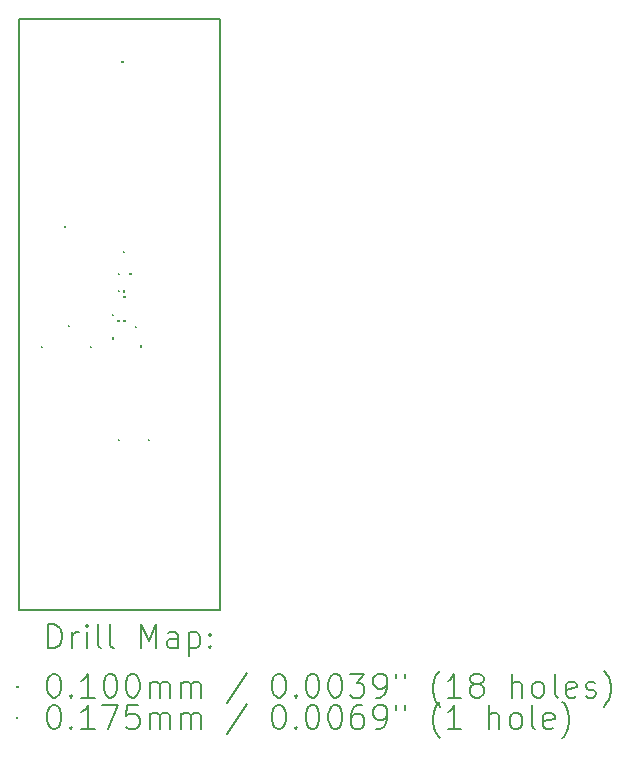
<source format=gbr>
%TF.GenerationSoftware,KiCad,Pcbnew,8.0.1*%
%TF.CreationDate,2024-10-17T14:11:02-05:00*%
%TF.ProjectId,sip-board,7369702d-626f-4617-9264-2e6b69636164,rev?*%
%TF.SameCoordinates,Original*%
%TF.FileFunction,Drillmap*%
%TF.FilePolarity,Positive*%
%FSLAX45Y45*%
G04 Gerber Fmt 4.5, Leading zero omitted, Abs format (unit mm)*
G04 Created by KiCad (PCBNEW 8.0.1) date 2024-10-17 14:11:02*
%MOMM*%
%LPD*%
G01*
G04 APERTURE LIST*
%ADD10C,0.200000*%
%ADD11C,0.100000*%
G04 APERTURE END LIST*
D10*
X13700000Y-7862000D02*
X15400000Y-7862000D01*
X15400000Y-12862000D01*
X13700000Y-12862000D01*
X13700000Y-7862000D01*
D11*
X13890000Y-10625000D02*
X13900000Y-10635000D01*
X13900000Y-10625000D02*
X13890000Y-10635000D01*
X14113000Y-10448000D02*
X14123000Y-10458000D01*
X14123000Y-10448000D02*
X14113000Y-10458000D01*
X14300000Y-10624000D02*
X14310000Y-10634000D01*
X14310000Y-10624000D02*
X14300000Y-10634000D01*
X14487000Y-10354000D02*
X14497000Y-10364000D01*
X14497000Y-10354000D02*
X14487000Y-10364000D01*
X14488000Y-10554000D02*
X14498000Y-10564000D01*
X14498000Y-10554000D02*
X14488000Y-10564000D01*
X14535000Y-10406000D02*
X14545000Y-10416000D01*
X14545000Y-10406000D02*
X14535000Y-10416000D01*
X14536000Y-10005000D02*
X14546000Y-10015000D01*
X14546000Y-10005000D02*
X14536000Y-10015000D01*
X14536000Y-10155000D02*
X14546000Y-10165000D01*
X14546000Y-10155000D02*
X14536000Y-10165000D01*
X14536000Y-11415000D02*
X14546000Y-11425000D01*
X14546000Y-11415000D02*
X14536000Y-11425000D01*
X14569000Y-8216000D02*
X14579000Y-8226000D01*
X14579000Y-8216000D02*
X14569000Y-8226000D01*
X14582000Y-9818000D02*
X14592000Y-9828000D01*
X14592000Y-9818000D02*
X14582000Y-9828000D01*
X14585000Y-10156000D02*
X14595000Y-10166000D01*
X14595000Y-10156000D02*
X14585000Y-10166000D01*
X14586000Y-10205000D02*
X14596000Y-10215000D01*
X14596000Y-10205000D02*
X14586000Y-10215000D01*
X14586000Y-10405000D02*
X14596000Y-10415000D01*
X14596000Y-10405000D02*
X14586000Y-10415000D01*
X14636000Y-10005000D02*
X14646000Y-10015000D01*
X14646000Y-10005000D02*
X14636000Y-10015000D01*
X14686000Y-10455000D02*
X14696000Y-10465000D01*
X14696000Y-10455000D02*
X14686000Y-10465000D01*
X14725000Y-10622000D02*
X14735000Y-10632000D01*
X14735000Y-10622000D02*
X14725000Y-10632000D01*
X14790000Y-11414000D02*
X14800000Y-11424000D01*
X14800000Y-11414000D02*
X14790000Y-11424000D01*
X14101750Y-9619000D02*
G75*
G02*
X14084250Y-9619000I-8750J0D01*
G01*
X14084250Y-9619000D02*
G75*
G02*
X14101750Y-9619000I8750J0D01*
G01*
D10*
X13950777Y-13183484D02*
X13950777Y-12983484D01*
X13950777Y-12983484D02*
X13998396Y-12983484D01*
X13998396Y-12983484D02*
X14026967Y-12993008D01*
X14026967Y-12993008D02*
X14046015Y-13012055D01*
X14046015Y-13012055D02*
X14055539Y-13031103D01*
X14055539Y-13031103D02*
X14065062Y-13069198D01*
X14065062Y-13069198D02*
X14065062Y-13097769D01*
X14065062Y-13097769D02*
X14055539Y-13135865D01*
X14055539Y-13135865D02*
X14046015Y-13154912D01*
X14046015Y-13154912D02*
X14026967Y-13173960D01*
X14026967Y-13173960D02*
X13998396Y-13183484D01*
X13998396Y-13183484D02*
X13950777Y-13183484D01*
X14150777Y-13183484D02*
X14150777Y-13050150D01*
X14150777Y-13088246D02*
X14160301Y-13069198D01*
X14160301Y-13069198D02*
X14169824Y-13059674D01*
X14169824Y-13059674D02*
X14188872Y-13050150D01*
X14188872Y-13050150D02*
X14207920Y-13050150D01*
X14274586Y-13183484D02*
X14274586Y-13050150D01*
X14274586Y-12983484D02*
X14265062Y-12993008D01*
X14265062Y-12993008D02*
X14274586Y-13002531D01*
X14274586Y-13002531D02*
X14284110Y-12993008D01*
X14284110Y-12993008D02*
X14274586Y-12983484D01*
X14274586Y-12983484D02*
X14274586Y-13002531D01*
X14398396Y-13183484D02*
X14379348Y-13173960D01*
X14379348Y-13173960D02*
X14369824Y-13154912D01*
X14369824Y-13154912D02*
X14369824Y-12983484D01*
X14503158Y-13183484D02*
X14484110Y-13173960D01*
X14484110Y-13173960D02*
X14474586Y-13154912D01*
X14474586Y-13154912D02*
X14474586Y-12983484D01*
X14731729Y-13183484D02*
X14731729Y-12983484D01*
X14731729Y-12983484D02*
X14798396Y-13126341D01*
X14798396Y-13126341D02*
X14865062Y-12983484D01*
X14865062Y-12983484D02*
X14865062Y-13183484D01*
X15046015Y-13183484D02*
X15046015Y-13078722D01*
X15046015Y-13078722D02*
X15036491Y-13059674D01*
X15036491Y-13059674D02*
X15017443Y-13050150D01*
X15017443Y-13050150D02*
X14979348Y-13050150D01*
X14979348Y-13050150D02*
X14960301Y-13059674D01*
X15046015Y-13173960D02*
X15026967Y-13183484D01*
X15026967Y-13183484D02*
X14979348Y-13183484D01*
X14979348Y-13183484D02*
X14960301Y-13173960D01*
X14960301Y-13173960D02*
X14950777Y-13154912D01*
X14950777Y-13154912D02*
X14950777Y-13135865D01*
X14950777Y-13135865D02*
X14960301Y-13116817D01*
X14960301Y-13116817D02*
X14979348Y-13107293D01*
X14979348Y-13107293D02*
X15026967Y-13107293D01*
X15026967Y-13107293D02*
X15046015Y-13097769D01*
X15141253Y-13050150D02*
X15141253Y-13250150D01*
X15141253Y-13059674D02*
X15160301Y-13050150D01*
X15160301Y-13050150D02*
X15198396Y-13050150D01*
X15198396Y-13050150D02*
X15217443Y-13059674D01*
X15217443Y-13059674D02*
X15226967Y-13069198D01*
X15226967Y-13069198D02*
X15236491Y-13088246D01*
X15236491Y-13088246D02*
X15236491Y-13145388D01*
X15236491Y-13145388D02*
X15226967Y-13164436D01*
X15226967Y-13164436D02*
X15217443Y-13173960D01*
X15217443Y-13173960D02*
X15198396Y-13183484D01*
X15198396Y-13183484D02*
X15160301Y-13183484D01*
X15160301Y-13183484D02*
X15141253Y-13173960D01*
X15322205Y-13164436D02*
X15331729Y-13173960D01*
X15331729Y-13173960D02*
X15322205Y-13183484D01*
X15322205Y-13183484D02*
X15312682Y-13173960D01*
X15312682Y-13173960D02*
X15322205Y-13164436D01*
X15322205Y-13164436D02*
X15322205Y-13183484D01*
X15322205Y-13059674D02*
X15331729Y-13069198D01*
X15331729Y-13069198D02*
X15322205Y-13078722D01*
X15322205Y-13078722D02*
X15312682Y-13069198D01*
X15312682Y-13069198D02*
X15322205Y-13059674D01*
X15322205Y-13059674D02*
X15322205Y-13078722D01*
D11*
X13680000Y-13507000D02*
X13690000Y-13517000D01*
X13690000Y-13507000D02*
X13680000Y-13517000D01*
D10*
X13988872Y-13403484D02*
X14007920Y-13403484D01*
X14007920Y-13403484D02*
X14026967Y-13413008D01*
X14026967Y-13413008D02*
X14036491Y-13422531D01*
X14036491Y-13422531D02*
X14046015Y-13441579D01*
X14046015Y-13441579D02*
X14055539Y-13479674D01*
X14055539Y-13479674D02*
X14055539Y-13527293D01*
X14055539Y-13527293D02*
X14046015Y-13565388D01*
X14046015Y-13565388D02*
X14036491Y-13584436D01*
X14036491Y-13584436D02*
X14026967Y-13593960D01*
X14026967Y-13593960D02*
X14007920Y-13603484D01*
X14007920Y-13603484D02*
X13988872Y-13603484D01*
X13988872Y-13603484D02*
X13969824Y-13593960D01*
X13969824Y-13593960D02*
X13960301Y-13584436D01*
X13960301Y-13584436D02*
X13950777Y-13565388D01*
X13950777Y-13565388D02*
X13941253Y-13527293D01*
X13941253Y-13527293D02*
X13941253Y-13479674D01*
X13941253Y-13479674D02*
X13950777Y-13441579D01*
X13950777Y-13441579D02*
X13960301Y-13422531D01*
X13960301Y-13422531D02*
X13969824Y-13413008D01*
X13969824Y-13413008D02*
X13988872Y-13403484D01*
X14141253Y-13584436D02*
X14150777Y-13593960D01*
X14150777Y-13593960D02*
X14141253Y-13603484D01*
X14141253Y-13603484D02*
X14131729Y-13593960D01*
X14131729Y-13593960D02*
X14141253Y-13584436D01*
X14141253Y-13584436D02*
X14141253Y-13603484D01*
X14341253Y-13603484D02*
X14226967Y-13603484D01*
X14284110Y-13603484D02*
X14284110Y-13403484D01*
X14284110Y-13403484D02*
X14265062Y-13432055D01*
X14265062Y-13432055D02*
X14246015Y-13451103D01*
X14246015Y-13451103D02*
X14226967Y-13460627D01*
X14465062Y-13403484D02*
X14484110Y-13403484D01*
X14484110Y-13403484D02*
X14503158Y-13413008D01*
X14503158Y-13413008D02*
X14512682Y-13422531D01*
X14512682Y-13422531D02*
X14522205Y-13441579D01*
X14522205Y-13441579D02*
X14531729Y-13479674D01*
X14531729Y-13479674D02*
X14531729Y-13527293D01*
X14531729Y-13527293D02*
X14522205Y-13565388D01*
X14522205Y-13565388D02*
X14512682Y-13584436D01*
X14512682Y-13584436D02*
X14503158Y-13593960D01*
X14503158Y-13593960D02*
X14484110Y-13603484D01*
X14484110Y-13603484D02*
X14465062Y-13603484D01*
X14465062Y-13603484D02*
X14446015Y-13593960D01*
X14446015Y-13593960D02*
X14436491Y-13584436D01*
X14436491Y-13584436D02*
X14426967Y-13565388D01*
X14426967Y-13565388D02*
X14417443Y-13527293D01*
X14417443Y-13527293D02*
X14417443Y-13479674D01*
X14417443Y-13479674D02*
X14426967Y-13441579D01*
X14426967Y-13441579D02*
X14436491Y-13422531D01*
X14436491Y-13422531D02*
X14446015Y-13413008D01*
X14446015Y-13413008D02*
X14465062Y-13403484D01*
X14655539Y-13403484D02*
X14674586Y-13403484D01*
X14674586Y-13403484D02*
X14693634Y-13413008D01*
X14693634Y-13413008D02*
X14703158Y-13422531D01*
X14703158Y-13422531D02*
X14712682Y-13441579D01*
X14712682Y-13441579D02*
X14722205Y-13479674D01*
X14722205Y-13479674D02*
X14722205Y-13527293D01*
X14722205Y-13527293D02*
X14712682Y-13565388D01*
X14712682Y-13565388D02*
X14703158Y-13584436D01*
X14703158Y-13584436D02*
X14693634Y-13593960D01*
X14693634Y-13593960D02*
X14674586Y-13603484D01*
X14674586Y-13603484D02*
X14655539Y-13603484D01*
X14655539Y-13603484D02*
X14636491Y-13593960D01*
X14636491Y-13593960D02*
X14626967Y-13584436D01*
X14626967Y-13584436D02*
X14617443Y-13565388D01*
X14617443Y-13565388D02*
X14607920Y-13527293D01*
X14607920Y-13527293D02*
X14607920Y-13479674D01*
X14607920Y-13479674D02*
X14617443Y-13441579D01*
X14617443Y-13441579D02*
X14626967Y-13422531D01*
X14626967Y-13422531D02*
X14636491Y-13413008D01*
X14636491Y-13413008D02*
X14655539Y-13403484D01*
X14807920Y-13603484D02*
X14807920Y-13470150D01*
X14807920Y-13489198D02*
X14817443Y-13479674D01*
X14817443Y-13479674D02*
X14836491Y-13470150D01*
X14836491Y-13470150D02*
X14865063Y-13470150D01*
X14865063Y-13470150D02*
X14884110Y-13479674D01*
X14884110Y-13479674D02*
X14893634Y-13498722D01*
X14893634Y-13498722D02*
X14893634Y-13603484D01*
X14893634Y-13498722D02*
X14903158Y-13479674D01*
X14903158Y-13479674D02*
X14922205Y-13470150D01*
X14922205Y-13470150D02*
X14950777Y-13470150D01*
X14950777Y-13470150D02*
X14969824Y-13479674D01*
X14969824Y-13479674D02*
X14979348Y-13498722D01*
X14979348Y-13498722D02*
X14979348Y-13603484D01*
X15074586Y-13603484D02*
X15074586Y-13470150D01*
X15074586Y-13489198D02*
X15084110Y-13479674D01*
X15084110Y-13479674D02*
X15103158Y-13470150D01*
X15103158Y-13470150D02*
X15131729Y-13470150D01*
X15131729Y-13470150D02*
X15150777Y-13479674D01*
X15150777Y-13479674D02*
X15160301Y-13498722D01*
X15160301Y-13498722D02*
X15160301Y-13603484D01*
X15160301Y-13498722D02*
X15169824Y-13479674D01*
X15169824Y-13479674D02*
X15188872Y-13470150D01*
X15188872Y-13470150D02*
X15217443Y-13470150D01*
X15217443Y-13470150D02*
X15236491Y-13479674D01*
X15236491Y-13479674D02*
X15246015Y-13498722D01*
X15246015Y-13498722D02*
X15246015Y-13603484D01*
X15636491Y-13393960D02*
X15465063Y-13651103D01*
X15893634Y-13403484D02*
X15912682Y-13403484D01*
X15912682Y-13403484D02*
X15931729Y-13413008D01*
X15931729Y-13413008D02*
X15941253Y-13422531D01*
X15941253Y-13422531D02*
X15950777Y-13441579D01*
X15950777Y-13441579D02*
X15960301Y-13479674D01*
X15960301Y-13479674D02*
X15960301Y-13527293D01*
X15960301Y-13527293D02*
X15950777Y-13565388D01*
X15950777Y-13565388D02*
X15941253Y-13584436D01*
X15941253Y-13584436D02*
X15931729Y-13593960D01*
X15931729Y-13593960D02*
X15912682Y-13603484D01*
X15912682Y-13603484D02*
X15893634Y-13603484D01*
X15893634Y-13603484D02*
X15874586Y-13593960D01*
X15874586Y-13593960D02*
X15865063Y-13584436D01*
X15865063Y-13584436D02*
X15855539Y-13565388D01*
X15855539Y-13565388D02*
X15846015Y-13527293D01*
X15846015Y-13527293D02*
X15846015Y-13479674D01*
X15846015Y-13479674D02*
X15855539Y-13441579D01*
X15855539Y-13441579D02*
X15865063Y-13422531D01*
X15865063Y-13422531D02*
X15874586Y-13413008D01*
X15874586Y-13413008D02*
X15893634Y-13403484D01*
X16046015Y-13584436D02*
X16055539Y-13593960D01*
X16055539Y-13593960D02*
X16046015Y-13603484D01*
X16046015Y-13603484D02*
X16036491Y-13593960D01*
X16036491Y-13593960D02*
X16046015Y-13584436D01*
X16046015Y-13584436D02*
X16046015Y-13603484D01*
X16179348Y-13403484D02*
X16198396Y-13403484D01*
X16198396Y-13403484D02*
X16217444Y-13413008D01*
X16217444Y-13413008D02*
X16226967Y-13422531D01*
X16226967Y-13422531D02*
X16236491Y-13441579D01*
X16236491Y-13441579D02*
X16246015Y-13479674D01*
X16246015Y-13479674D02*
X16246015Y-13527293D01*
X16246015Y-13527293D02*
X16236491Y-13565388D01*
X16236491Y-13565388D02*
X16226967Y-13584436D01*
X16226967Y-13584436D02*
X16217444Y-13593960D01*
X16217444Y-13593960D02*
X16198396Y-13603484D01*
X16198396Y-13603484D02*
X16179348Y-13603484D01*
X16179348Y-13603484D02*
X16160301Y-13593960D01*
X16160301Y-13593960D02*
X16150777Y-13584436D01*
X16150777Y-13584436D02*
X16141253Y-13565388D01*
X16141253Y-13565388D02*
X16131729Y-13527293D01*
X16131729Y-13527293D02*
X16131729Y-13479674D01*
X16131729Y-13479674D02*
X16141253Y-13441579D01*
X16141253Y-13441579D02*
X16150777Y-13422531D01*
X16150777Y-13422531D02*
X16160301Y-13413008D01*
X16160301Y-13413008D02*
X16179348Y-13403484D01*
X16369825Y-13403484D02*
X16388872Y-13403484D01*
X16388872Y-13403484D02*
X16407920Y-13413008D01*
X16407920Y-13413008D02*
X16417444Y-13422531D01*
X16417444Y-13422531D02*
X16426967Y-13441579D01*
X16426967Y-13441579D02*
X16436491Y-13479674D01*
X16436491Y-13479674D02*
X16436491Y-13527293D01*
X16436491Y-13527293D02*
X16426967Y-13565388D01*
X16426967Y-13565388D02*
X16417444Y-13584436D01*
X16417444Y-13584436D02*
X16407920Y-13593960D01*
X16407920Y-13593960D02*
X16388872Y-13603484D01*
X16388872Y-13603484D02*
X16369825Y-13603484D01*
X16369825Y-13603484D02*
X16350777Y-13593960D01*
X16350777Y-13593960D02*
X16341253Y-13584436D01*
X16341253Y-13584436D02*
X16331729Y-13565388D01*
X16331729Y-13565388D02*
X16322206Y-13527293D01*
X16322206Y-13527293D02*
X16322206Y-13479674D01*
X16322206Y-13479674D02*
X16331729Y-13441579D01*
X16331729Y-13441579D02*
X16341253Y-13422531D01*
X16341253Y-13422531D02*
X16350777Y-13413008D01*
X16350777Y-13413008D02*
X16369825Y-13403484D01*
X16503158Y-13403484D02*
X16626967Y-13403484D01*
X16626967Y-13403484D02*
X16560301Y-13479674D01*
X16560301Y-13479674D02*
X16588872Y-13479674D01*
X16588872Y-13479674D02*
X16607920Y-13489198D01*
X16607920Y-13489198D02*
X16617444Y-13498722D01*
X16617444Y-13498722D02*
X16626967Y-13517769D01*
X16626967Y-13517769D02*
X16626967Y-13565388D01*
X16626967Y-13565388D02*
X16617444Y-13584436D01*
X16617444Y-13584436D02*
X16607920Y-13593960D01*
X16607920Y-13593960D02*
X16588872Y-13603484D01*
X16588872Y-13603484D02*
X16531729Y-13603484D01*
X16531729Y-13603484D02*
X16512682Y-13593960D01*
X16512682Y-13593960D02*
X16503158Y-13584436D01*
X16722206Y-13603484D02*
X16760301Y-13603484D01*
X16760301Y-13603484D02*
X16779349Y-13593960D01*
X16779349Y-13593960D02*
X16788872Y-13584436D01*
X16788872Y-13584436D02*
X16807920Y-13555865D01*
X16807920Y-13555865D02*
X16817444Y-13517769D01*
X16817444Y-13517769D02*
X16817444Y-13441579D01*
X16817444Y-13441579D02*
X16807920Y-13422531D01*
X16807920Y-13422531D02*
X16798396Y-13413008D01*
X16798396Y-13413008D02*
X16779349Y-13403484D01*
X16779349Y-13403484D02*
X16741253Y-13403484D01*
X16741253Y-13403484D02*
X16722206Y-13413008D01*
X16722206Y-13413008D02*
X16712682Y-13422531D01*
X16712682Y-13422531D02*
X16703158Y-13441579D01*
X16703158Y-13441579D02*
X16703158Y-13489198D01*
X16703158Y-13489198D02*
X16712682Y-13508246D01*
X16712682Y-13508246D02*
X16722206Y-13517769D01*
X16722206Y-13517769D02*
X16741253Y-13527293D01*
X16741253Y-13527293D02*
X16779349Y-13527293D01*
X16779349Y-13527293D02*
X16798396Y-13517769D01*
X16798396Y-13517769D02*
X16807920Y-13508246D01*
X16807920Y-13508246D02*
X16817444Y-13489198D01*
X16893634Y-13403484D02*
X16893634Y-13441579D01*
X16969825Y-13403484D02*
X16969825Y-13441579D01*
X17265063Y-13679674D02*
X17255539Y-13670150D01*
X17255539Y-13670150D02*
X17236491Y-13641579D01*
X17236491Y-13641579D02*
X17226968Y-13622531D01*
X17226968Y-13622531D02*
X17217444Y-13593960D01*
X17217444Y-13593960D02*
X17207920Y-13546341D01*
X17207920Y-13546341D02*
X17207920Y-13508246D01*
X17207920Y-13508246D02*
X17217444Y-13460627D01*
X17217444Y-13460627D02*
X17226968Y-13432055D01*
X17226968Y-13432055D02*
X17236491Y-13413008D01*
X17236491Y-13413008D02*
X17255539Y-13384436D01*
X17255539Y-13384436D02*
X17265063Y-13374912D01*
X17446015Y-13603484D02*
X17331730Y-13603484D01*
X17388872Y-13603484D02*
X17388872Y-13403484D01*
X17388872Y-13403484D02*
X17369825Y-13432055D01*
X17369825Y-13432055D02*
X17350777Y-13451103D01*
X17350777Y-13451103D02*
X17331730Y-13460627D01*
X17560301Y-13489198D02*
X17541253Y-13479674D01*
X17541253Y-13479674D02*
X17531730Y-13470150D01*
X17531730Y-13470150D02*
X17522206Y-13451103D01*
X17522206Y-13451103D02*
X17522206Y-13441579D01*
X17522206Y-13441579D02*
X17531730Y-13422531D01*
X17531730Y-13422531D02*
X17541253Y-13413008D01*
X17541253Y-13413008D02*
X17560301Y-13403484D01*
X17560301Y-13403484D02*
X17598396Y-13403484D01*
X17598396Y-13403484D02*
X17617444Y-13413008D01*
X17617444Y-13413008D02*
X17626968Y-13422531D01*
X17626968Y-13422531D02*
X17636491Y-13441579D01*
X17636491Y-13441579D02*
X17636491Y-13451103D01*
X17636491Y-13451103D02*
X17626968Y-13470150D01*
X17626968Y-13470150D02*
X17617444Y-13479674D01*
X17617444Y-13479674D02*
X17598396Y-13489198D01*
X17598396Y-13489198D02*
X17560301Y-13489198D01*
X17560301Y-13489198D02*
X17541253Y-13498722D01*
X17541253Y-13498722D02*
X17531730Y-13508246D01*
X17531730Y-13508246D02*
X17522206Y-13527293D01*
X17522206Y-13527293D02*
X17522206Y-13565388D01*
X17522206Y-13565388D02*
X17531730Y-13584436D01*
X17531730Y-13584436D02*
X17541253Y-13593960D01*
X17541253Y-13593960D02*
X17560301Y-13603484D01*
X17560301Y-13603484D02*
X17598396Y-13603484D01*
X17598396Y-13603484D02*
X17617444Y-13593960D01*
X17617444Y-13593960D02*
X17626968Y-13584436D01*
X17626968Y-13584436D02*
X17636491Y-13565388D01*
X17636491Y-13565388D02*
X17636491Y-13527293D01*
X17636491Y-13527293D02*
X17626968Y-13508246D01*
X17626968Y-13508246D02*
X17617444Y-13498722D01*
X17617444Y-13498722D02*
X17598396Y-13489198D01*
X17874587Y-13603484D02*
X17874587Y-13403484D01*
X17960301Y-13603484D02*
X17960301Y-13498722D01*
X17960301Y-13498722D02*
X17950777Y-13479674D01*
X17950777Y-13479674D02*
X17931730Y-13470150D01*
X17931730Y-13470150D02*
X17903158Y-13470150D01*
X17903158Y-13470150D02*
X17884111Y-13479674D01*
X17884111Y-13479674D02*
X17874587Y-13489198D01*
X18084111Y-13603484D02*
X18065063Y-13593960D01*
X18065063Y-13593960D02*
X18055539Y-13584436D01*
X18055539Y-13584436D02*
X18046015Y-13565388D01*
X18046015Y-13565388D02*
X18046015Y-13508246D01*
X18046015Y-13508246D02*
X18055539Y-13489198D01*
X18055539Y-13489198D02*
X18065063Y-13479674D01*
X18065063Y-13479674D02*
X18084111Y-13470150D01*
X18084111Y-13470150D02*
X18112682Y-13470150D01*
X18112682Y-13470150D02*
X18131730Y-13479674D01*
X18131730Y-13479674D02*
X18141253Y-13489198D01*
X18141253Y-13489198D02*
X18150777Y-13508246D01*
X18150777Y-13508246D02*
X18150777Y-13565388D01*
X18150777Y-13565388D02*
X18141253Y-13584436D01*
X18141253Y-13584436D02*
X18131730Y-13593960D01*
X18131730Y-13593960D02*
X18112682Y-13603484D01*
X18112682Y-13603484D02*
X18084111Y-13603484D01*
X18265063Y-13603484D02*
X18246015Y-13593960D01*
X18246015Y-13593960D02*
X18236492Y-13574912D01*
X18236492Y-13574912D02*
X18236492Y-13403484D01*
X18417444Y-13593960D02*
X18398396Y-13603484D01*
X18398396Y-13603484D02*
X18360301Y-13603484D01*
X18360301Y-13603484D02*
X18341253Y-13593960D01*
X18341253Y-13593960D02*
X18331730Y-13574912D01*
X18331730Y-13574912D02*
X18331730Y-13498722D01*
X18331730Y-13498722D02*
X18341253Y-13479674D01*
X18341253Y-13479674D02*
X18360301Y-13470150D01*
X18360301Y-13470150D02*
X18398396Y-13470150D01*
X18398396Y-13470150D02*
X18417444Y-13479674D01*
X18417444Y-13479674D02*
X18426968Y-13498722D01*
X18426968Y-13498722D02*
X18426968Y-13517769D01*
X18426968Y-13517769D02*
X18331730Y-13536817D01*
X18503158Y-13593960D02*
X18522206Y-13603484D01*
X18522206Y-13603484D02*
X18560301Y-13603484D01*
X18560301Y-13603484D02*
X18579349Y-13593960D01*
X18579349Y-13593960D02*
X18588873Y-13574912D01*
X18588873Y-13574912D02*
X18588873Y-13565388D01*
X18588873Y-13565388D02*
X18579349Y-13546341D01*
X18579349Y-13546341D02*
X18560301Y-13536817D01*
X18560301Y-13536817D02*
X18531730Y-13536817D01*
X18531730Y-13536817D02*
X18512682Y-13527293D01*
X18512682Y-13527293D02*
X18503158Y-13508246D01*
X18503158Y-13508246D02*
X18503158Y-13498722D01*
X18503158Y-13498722D02*
X18512682Y-13479674D01*
X18512682Y-13479674D02*
X18531730Y-13470150D01*
X18531730Y-13470150D02*
X18560301Y-13470150D01*
X18560301Y-13470150D02*
X18579349Y-13479674D01*
X18655539Y-13679674D02*
X18665063Y-13670150D01*
X18665063Y-13670150D02*
X18684111Y-13641579D01*
X18684111Y-13641579D02*
X18693634Y-13622531D01*
X18693634Y-13622531D02*
X18703158Y-13593960D01*
X18703158Y-13593960D02*
X18712682Y-13546341D01*
X18712682Y-13546341D02*
X18712682Y-13508246D01*
X18712682Y-13508246D02*
X18703158Y-13460627D01*
X18703158Y-13460627D02*
X18693634Y-13432055D01*
X18693634Y-13432055D02*
X18684111Y-13413008D01*
X18684111Y-13413008D02*
X18665063Y-13384436D01*
X18665063Y-13384436D02*
X18655539Y-13374912D01*
D11*
X13690000Y-13776000D02*
G75*
G02*
X13672500Y-13776000I-8750J0D01*
G01*
X13672500Y-13776000D02*
G75*
G02*
X13690000Y-13776000I8750J0D01*
G01*
D10*
X13988872Y-13667484D02*
X14007920Y-13667484D01*
X14007920Y-13667484D02*
X14026967Y-13677008D01*
X14026967Y-13677008D02*
X14036491Y-13686531D01*
X14036491Y-13686531D02*
X14046015Y-13705579D01*
X14046015Y-13705579D02*
X14055539Y-13743674D01*
X14055539Y-13743674D02*
X14055539Y-13791293D01*
X14055539Y-13791293D02*
X14046015Y-13829388D01*
X14046015Y-13829388D02*
X14036491Y-13848436D01*
X14036491Y-13848436D02*
X14026967Y-13857960D01*
X14026967Y-13857960D02*
X14007920Y-13867484D01*
X14007920Y-13867484D02*
X13988872Y-13867484D01*
X13988872Y-13867484D02*
X13969824Y-13857960D01*
X13969824Y-13857960D02*
X13960301Y-13848436D01*
X13960301Y-13848436D02*
X13950777Y-13829388D01*
X13950777Y-13829388D02*
X13941253Y-13791293D01*
X13941253Y-13791293D02*
X13941253Y-13743674D01*
X13941253Y-13743674D02*
X13950777Y-13705579D01*
X13950777Y-13705579D02*
X13960301Y-13686531D01*
X13960301Y-13686531D02*
X13969824Y-13677008D01*
X13969824Y-13677008D02*
X13988872Y-13667484D01*
X14141253Y-13848436D02*
X14150777Y-13857960D01*
X14150777Y-13857960D02*
X14141253Y-13867484D01*
X14141253Y-13867484D02*
X14131729Y-13857960D01*
X14131729Y-13857960D02*
X14141253Y-13848436D01*
X14141253Y-13848436D02*
X14141253Y-13867484D01*
X14341253Y-13867484D02*
X14226967Y-13867484D01*
X14284110Y-13867484D02*
X14284110Y-13667484D01*
X14284110Y-13667484D02*
X14265062Y-13696055D01*
X14265062Y-13696055D02*
X14246015Y-13715103D01*
X14246015Y-13715103D02*
X14226967Y-13724627D01*
X14407920Y-13667484D02*
X14541253Y-13667484D01*
X14541253Y-13667484D02*
X14455539Y-13867484D01*
X14712682Y-13667484D02*
X14617443Y-13667484D01*
X14617443Y-13667484D02*
X14607920Y-13762722D01*
X14607920Y-13762722D02*
X14617443Y-13753198D01*
X14617443Y-13753198D02*
X14636491Y-13743674D01*
X14636491Y-13743674D02*
X14684110Y-13743674D01*
X14684110Y-13743674D02*
X14703158Y-13753198D01*
X14703158Y-13753198D02*
X14712682Y-13762722D01*
X14712682Y-13762722D02*
X14722205Y-13781769D01*
X14722205Y-13781769D02*
X14722205Y-13829388D01*
X14722205Y-13829388D02*
X14712682Y-13848436D01*
X14712682Y-13848436D02*
X14703158Y-13857960D01*
X14703158Y-13857960D02*
X14684110Y-13867484D01*
X14684110Y-13867484D02*
X14636491Y-13867484D01*
X14636491Y-13867484D02*
X14617443Y-13857960D01*
X14617443Y-13857960D02*
X14607920Y-13848436D01*
X14807920Y-13867484D02*
X14807920Y-13734150D01*
X14807920Y-13753198D02*
X14817443Y-13743674D01*
X14817443Y-13743674D02*
X14836491Y-13734150D01*
X14836491Y-13734150D02*
X14865063Y-13734150D01*
X14865063Y-13734150D02*
X14884110Y-13743674D01*
X14884110Y-13743674D02*
X14893634Y-13762722D01*
X14893634Y-13762722D02*
X14893634Y-13867484D01*
X14893634Y-13762722D02*
X14903158Y-13743674D01*
X14903158Y-13743674D02*
X14922205Y-13734150D01*
X14922205Y-13734150D02*
X14950777Y-13734150D01*
X14950777Y-13734150D02*
X14969824Y-13743674D01*
X14969824Y-13743674D02*
X14979348Y-13762722D01*
X14979348Y-13762722D02*
X14979348Y-13867484D01*
X15074586Y-13867484D02*
X15074586Y-13734150D01*
X15074586Y-13753198D02*
X15084110Y-13743674D01*
X15084110Y-13743674D02*
X15103158Y-13734150D01*
X15103158Y-13734150D02*
X15131729Y-13734150D01*
X15131729Y-13734150D02*
X15150777Y-13743674D01*
X15150777Y-13743674D02*
X15160301Y-13762722D01*
X15160301Y-13762722D02*
X15160301Y-13867484D01*
X15160301Y-13762722D02*
X15169824Y-13743674D01*
X15169824Y-13743674D02*
X15188872Y-13734150D01*
X15188872Y-13734150D02*
X15217443Y-13734150D01*
X15217443Y-13734150D02*
X15236491Y-13743674D01*
X15236491Y-13743674D02*
X15246015Y-13762722D01*
X15246015Y-13762722D02*
X15246015Y-13867484D01*
X15636491Y-13657960D02*
X15465063Y-13915103D01*
X15893634Y-13667484D02*
X15912682Y-13667484D01*
X15912682Y-13667484D02*
X15931729Y-13677008D01*
X15931729Y-13677008D02*
X15941253Y-13686531D01*
X15941253Y-13686531D02*
X15950777Y-13705579D01*
X15950777Y-13705579D02*
X15960301Y-13743674D01*
X15960301Y-13743674D02*
X15960301Y-13791293D01*
X15960301Y-13791293D02*
X15950777Y-13829388D01*
X15950777Y-13829388D02*
X15941253Y-13848436D01*
X15941253Y-13848436D02*
X15931729Y-13857960D01*
X15931729Y-13857960D02*
X15912682Y-13867484D01*
X15912682Y-13867484D02*
X15893634Y-13867484D01*
X15893634Y-13867484D02*
X15874586Y-13857960D01*
X15874586Y-13857960D02*
X15865063Y-13848436D01*
X15865063Y-13848436D02*
X15855539Y-13829388D01*
X15855539Y-13829388D02*
X15846015Y-13791293D01*
X15846015Y-13791293D02*
X15846015Y-13743674D01*
X15846015Y-13743674D02*
X15855539Y-13705579D01*
X15855539Y-13705579D02*
X15865063Y-13686531D01*
X15865063Y-13686531D02*
X15874586Y-13677008D01*
X15874586Y-13677008D02*
X15893634Y-13667484D01*
X16046015Y-13848436D02*
X16055539Y-13857960D01*
X16055539Y-13857960D02*
X16046015Y-13867484D01*
X16046015Y-13867484D02*
X16036491Y-13857960D01*
X16036491Y-13857960D02*
X16046015Y-13848436D01*
X16046015Y-13848436D02*
X16046015Y-13867484D01*
X16179348Y-13667484D02*
X16198396Y-13667484D01*
X16198396Y-13667484D02*
X16217444Y-13677008D01*
X16217444Y-13677008D02*
X16226967Y-13686531D01*
X16226967Y-13686531D02*
X16236491Y-13705579D01*
X16236491Y-13705579D02*
X16246015Y-13743674D01*
X16246015Y-13743674D02*
X16246015Y-13791293D01*
X16246015Y-13791293D02*
X16236491Y-13829388D01*
X16236491Y-13829388D02*
X16226967Y-13848436D01*
X16226967Y-13848436D02*
X16217444Y-13857960D01*
X16217444Y-13857960D02*
X16198396Y-13867484D01*
X16198396Y-13867484D02*
X16179348Y-13867484D01*
X16179348Y-13867484D02*
X16160301Y-13857960D01*
X16160301Y-13857960D02*
X16150777Y-13848436D01*
X16150777Y-13848436D02*
X16141253Y-13829388D01*
X16141253Y-13829388D02*
X16131729Y-13791293D01*
X16131729Y-13791293D02*
X16131729Y-13743674D01*
X16131729Y-13743674D02*
X16141253Y-13705579D01*
X16141253Y-13705579D02*
X16150777Y-13686531D01*
X16150777Y-13686531D02*
X16160301Y-13677008D01*
X16160301Y-13677008D02*
X16179348Y-13667484D01*
X16369825Y-13667484D02*
X16388872Y-13667484D01*
X16388872Y-13667484D02*
X16407920Y-13677008D01*
X16407920Y-13677008D02*
X16417444Y-13686531D01*
X16417444Y-13686531D02*
X16426967Y-13705579D01*
X16426967Y-13705579D02*
X16436491Y-13743674D01*
X16436491Y-13743674D02*
X16436491Y-13791293D01*
X16436491Y-13791293D02*
X16426967Y-13829388D01*
X16426967Y-13829388D02*
X16417444Y-13848436D01*
X16417444Y-13848436D02*
X16407920Y-13857960D01*
X16407920Y-13857960D02*
X16388872Y-13867484D01*
X16388872Y-13867484D02*
X16369825Y-13867484D01*
X16369825Y-13867484D02*
X16350777Y-13857960D01*
X16350777Y-13857960D02*
X16341253Y-13848436D01*
X16341253Y-13848436D02*
X16331729Y-13829388D01*
X16331729Y-13829388D02*
X16322206Y-13791293D01*
X16322206Y-13791293D02*
X16322206Y-13743674D01*
X16322206Y-13743674D02*
X16331729Y-13705579D01*
X16331729Y-13705579D02*
X16341253Y-13686531D01*
X16341253Y-13686531D02*
X16350777Y-13677008D01*
X16350777Y-13677008D02*
X16369825Y-13667484D01*
X16607920Y-13667484D02*
X16569825Y-13667484D01*
X16569825Y-13667484D02*
X16550777Y-13677008D01*
X16550777Y-13677008D02*
X16541253Y-13686531D01*
X16541253Y-13686531D02*
X16522206Y-13715103D01*
X16522206Y-13715103D02*
X16512682Y-13753198D01*
X16512682Y-13753198D02*
X16512682Y-13829388D01*
X16512682Y-13829388D02*
X16522206Y-13848436D01*
X16522206Y-13848436D02*
X16531729Y-13857960D01*
X16531729Y-13857960D02*
X16550777Y-13867484D01*
X16550777Y-13867484D02*
X16588872Y-13867484D01*
X16588872Y-13867484D02*
X16607920Y-13857960D01*
X16607920Y-13857960D02*
X16617444Y-13848436D01*
X16617444Y-13848436D02*
X16626967Y-13829388D01*
X16626967Y-13829388D02*
X16626967Y-13781769D01*
X16626967Y-13781769D02*
X16617444Y-13762722D01*
X16617444Y-13762722D02*
X16607920Y-13753198D01*
X16607920Y-13753198D02*
X16588872Y-13743674D01*
X16588872Y-13743674D02*
X16550777Y-13743674D01*
X16550777Y-13743674D02*
X16531729Y-13753198D01*
X16531729Y-13753198D02*
X16522206Y-13762722D01*
X16522206Y-13762722D02*
X16512682Y-13781769D01*
X16722206Y-13867484D02*
X16760301Y-13867484D01*
X16760301Y-13867484D02*
X16779349Y-13857960D01*
X16779349Y-13857960D02*
X16788872Y-13848436D01*
X16788872Y-13848436D02*
X16807920Y-13819865D01*
X16807920Y-13819865D02*
X16817444Y-13781769D01*
X16817444Y-13781769D02*
X16817444Y-13705579D01*
X16817444Y-13705579D02*
X16807920Y-13686531D01*
X16807920Y-13686531D02*
X16798396Y-13677008D01*
X16798396Y-13677008D02*
X16779349Y-13667484D01*
X16779349Y-13667484D02*
X16741253Y-13667484D01*
X16741253Y-13667484D02*
X16722206Y-13677008D01*
X16722206Y-13677008D02*
X16712682Y-13686531D01*
X16712682Y-13686531D02*
X16703158Y-13705579D01*
X16703158Y-13705579D02*
X16703158Y-13753198D01*
X16703158Y-13753198D02*
X16712682Y-13772246D01*
X16712682Y-13772246D02*
X16722206Y-13781769D01*
X16722206Y-13781769D02*
X16741253Y-13791293D01*
X16741253Y-13791293D02*
X16779349Y-13791293D01*
X16779349Y-13791293D02*
X16798396Y-13781769D01*
X16798396Y-13781769D02*
X16807920Y-13772246D01*
X16807920Y-13772246D02*
X16817444Y-13753198D01*
X16893634Y-13667484D02*
X16893634Y-13705579D01*
X16969825Y-13667484D02*
X16969825Y-13705579D01*
X17265063Y-13943674D02*
X17255539Y-13934150D01*
X17255539Y-13934150D02*
X17236491Y-13905579D01*
X17236491Y-13905579D02*
X17226968Y-13886531D01*
X17226968Y-13886531D02*
X17217444Y-13857960D01*
X17217444Y-13857960D02*
X17207920Y-13810341D01*
X17207920Y-13810341D02*
X17207920Y-13772246D01*
X17207920Y-13772246D02*
X17217444Y-13724627D01*
X17217444Y-13724627D02*
X17226968Y-13696055D01*
X17226968Y-13696055D02*
X17236491Y-13677008D01*
X17236491Y-13677008D02*
X17255539Y-13648436D01*
X17255539Y-13648436D02*
X17265063Y-13638912D01*
X17446015Y-13867484D02*
X17331730Y-13867484D01*
X17388872Y-13867484D02*
X17388872Y-13667484D01*
X17388872Y-13667484D02*
X17369825Y-13696055D01*
X17369825Y-13696055D02*
X17350777Y-13715103D01*
X17350777Y-13715103D02*
X17331730Y-13724627D01*
X17684111Y-13867484D02*
X17684111Y-13667484D01*
X17769825Y-13867484D02*
X17769825Y-13762722D01*
X17769825Y-13762722D02*
X17760301Y-13743674D01*
X17760301Y-13743674D02*
X17741253Y-13734150D01*
X17741253Y-13734150D02*
X17712682Y-13734150D01*
X17712682Y-13734150D02*
X17693634Y-13743674D01*
X17693634Y-13743674D02*
X17684111Y-13753198D01*
X17893634Y-13867484D02*
X17874587Y-13857960D01*
X17874587Y-13857960D02*
X17865063Y-13848436D01*
X17865063Y-13848436D02*
X17855539Y-13829388D01*
X17855539Y-13829388D02*
X17855539Y-13772246D01*
X17855539Y-13772246D02*
X17865063Y-13753198D01*
X17865063Y-13753198D02*
X17874587Y-13743674D01*
X17874587Y-13743674D02*
X17893634Y-13734150D01*
X17893634Y-13734150D02*
X17922206Y-13734150D01*
X17922206Y-13734150D02*
X17941253Y-13743674D01*
X17941253Y-13743674D02*
X17950777Y-13753198D01*
X17950777Y-13753198D02*
X17960301Y-13772246D01*
X17960301Y-13772246D02*
X17960301Y-13829388D01*
X17960301Y-13829388D02*
X17950777Y-13848436D01*
X17950777Y-13848436D02*
X17941253Y-13857960D01*
X17941253Y-13857960D02*
X17922206Y-13867484D01*
X17922206Y-13867484D02*
X17893634Y-13867484D01*
X18074587Y-13867484D02*
X18055539Y-13857960D01*
X18055539Y-13857960D02*
X18046015Y-13838912D01*
X18046015Y-13838912D02*
X18046015Y-13667484D01*
X18226968Y-13857960D02*
X18207920Y-13867484D01*
X18207920Y-13867484D02*
X18169825Y-13867484D01*
X18169825Y-13867484D02*
X18150777Y-13857960D01*
X18150777Y-13857960D02*
X18141253Y-13838912D01*
X18141253Y-13838912D02*
X18141253Y-13762722D01*
X18141253Y-13762722D02*
X18150777Y-13743674D01*
X18150777Y-13743674D02*
X18169825Y-13734150D01*
X18169825Y-13734150D02*
X18207920Y-13734150D01*
X18207920Y-13734150D02*
X18226968Y-13743674D01*
X18226968Y-13743674D02*
X18236492Y-13762722D01*
X18236492Y-13762722D02*
X18236492Y-13781769D01*
X18236492Y-13781769D02*
X18141253Y-13800817D01*
X18303158Y-13943674D02*
X18312682Y-13934150D01*
X18312682Y-13934150D02*
X18331730Y-13905579D01*
X18331730Y-13905579D02*
X18341253Y-13886531D01*
X18341253Y-13886531D02*
X18350777Y-13857960D01*
X18350777Y-13857960D02*
X18360301Y-13810341D01*
X18360301Y-13810341D02*
X18360301Y-13772246D01*
X18360301Y-13772246D02*
X18350777Y-13724627D01*
X18350777Y-13724627D02*
X18341253Y-13696055D01*
X18341253Y-13696055D02*
X18331730Y-13677008D01*
X18331730Y-13677008D02*
X18312682Y-13648436D01*
X18312682Y-13648436D02*
X18303158Y-13638912D01*
M02*

</source>
